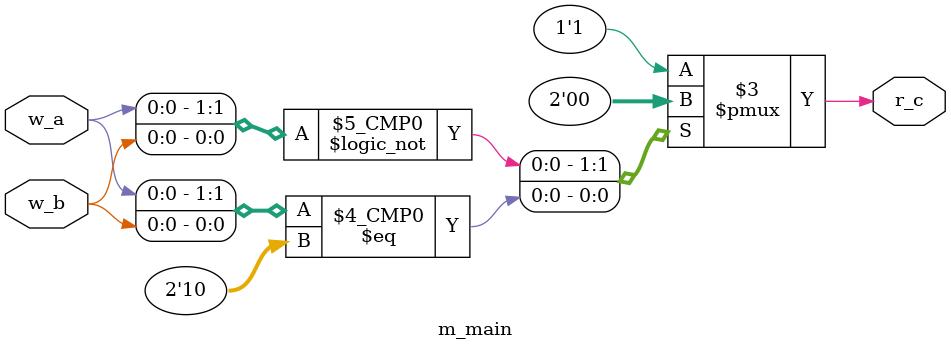
<source format=v>
module m_main(w_a, w_b, r_c);
  input wire w_a, w_b;
  output reg r_c;
  always @(*) case ({w_a, w_b})
                2'b00  : r_c<=0;
                2'b01  : r_c<=1;
                2'b10  : r_c<=0;
                default: r_c<=1;
              endcase
endmodule

</source>
